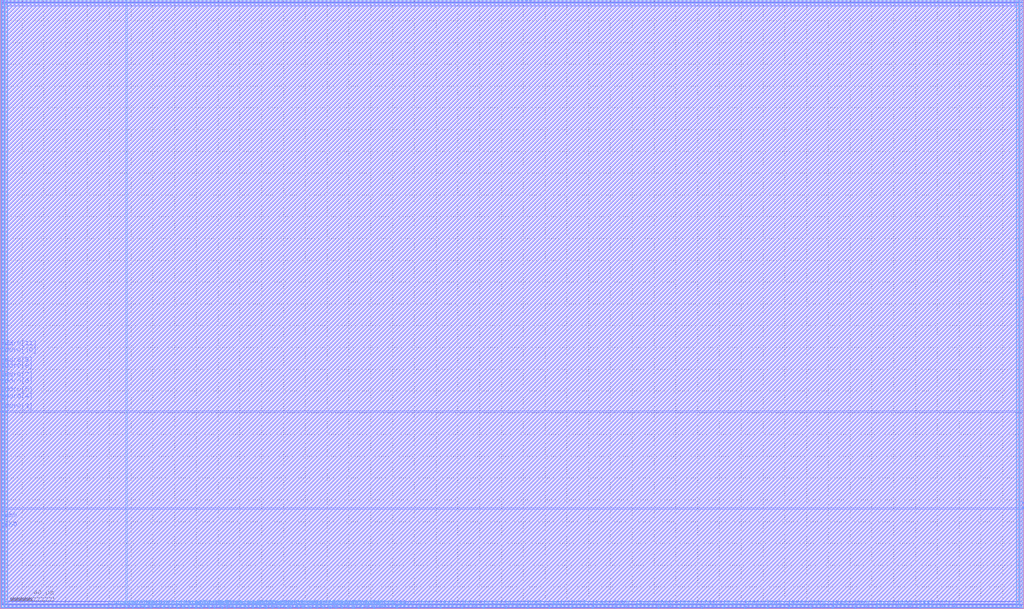
<source format=lef>
VERSION 5.4 ;
NAMESCASESENSITIVE ON ;
BUSBITCHARS "[]" ;
DIVIDERCHAR "/" ;
UNITS
  DATABASE MICRONS 2000 ;
END UNITS
MACRO sram_38_2048_sky130
   CLASS BLOCK ;
   SIZE 939.46 BY 559.34 ;
   SYMMETRY X Y R90 ;
   PIN din0[0]
      DIRECTION INPUT ;
      PORT
         LAYER met4 ;
         RECT  115.6 0.0 115.98 1.06 ;
      END
   END din0[0]
   PIN din0[1]
      DIRECTION INPUT ;
      PORT
         LAYER met4 ;
         RECT  121.72 0.0 122.1 1.06 ;
      END
   END din0[1]
   PIN din0[2]
      DIRECTION INPUT ;
      PORT
         LAYER met4 ;
         RECT  126.48 0.0 126.86 1.06 ;
      END
   END din0[2]
   PIN din0[3]
      DIRECTION INPUT ;
      PORT
         LAYER met4 ;
         RECT  133.28 0.0 133.66 1.06 ;
      END
   END din0[3]
   PIN din0[4]
      DIRECTION INPUT ;
      PORT
         LAYER met4 ;
         RECT  138.04 0.0 138.42 1.06 ;
      END
   END din0[4]
   PIN din0[5]
      DIRECTION INPUT ;
      PORT
         LAYER met4 ;
         RECT  144.84 0.0 145.22 1.06 ;
      END
   END din0[5]
   PIN din0[6]
      DIRECTION INPUT ;
      PORT
         LAYER met4 ;
         RECT  149.6 0.0 149.98 1.06 ;
      END
   END din0[6]
   PIN din0[7]
      DIRECTION INPUT ;
      PORT
         LAYER met4 ;
         RECT  155.72 0.0 156.1 1.06 ;
      END
   END din0[7]
   PIN din0[8]
      DIRECTION INPUT ;
      PORT
         LAYER met4 ;
         RECT  162.52 0.0 162.9 1.06 ;
      END
   END din0[8]
   PIN din0[9]
      DIRECTION INPUT ;
      PORT
         LAYER met4 ;
         RECT  167.96 0.0 168.34 1.06 ;
      END
   END din0[9]
   PIN din0[10]
      DIRECTION INPUT ;
      PORT
         LAYER met4 ;
         RECT  173.4 0.0 173.78 1.06 ;
      END
   END din0[10]
   PIN din0[11]
      DIRECTION INPUT ;
      PORT
         LAYER met4 ;
         RECT  179.52 0.0 179.9 1.06 ;
      END
   END din0[11]
   PIN din0[12]
      DIRECTION INPUT ;
      PORT
         LAYER met4 ;
         RECT  184.96 0.0 185.34 1.06 ;
      END
   END din0[12]
   PIN din0[13]
      DIRECTION INPUT ;
      PORT
         LAYER met4 ;
         RECT  191.76 0.0 192.14 1.06 ;
      END
   END din0[13]
   PIN din0[14]
      DIRECTION INPUT ;
      PORT
         LAYER met4 ;
         RECT  196.52 0.0 196.9 1.06 ;
      END
   END din0[14]
   PIN din0[15]
      DIRECTION INPUT ;
      PORT
         LAYER met4 ;
         RECT  203.32 0.0 203.7 1.06 ;
      END
   END din0[15]
   PIN din0[16]
      DIRECTION INPUT ;
      PORT
         LAYER met4 ;
         RECT  208.08 0.0 208.46 1.06 ;
      END
   END din0[16]
   PIN din0[17]
      DIRECTION INPUT ;
      PORT
         LAYER met4 ;
         RECT  214.88 0.0 215.26 1.06 ;
      END
   END din0[17]
   PIN din0[18]
      DIRECTION INPUT ;
      PORT
         LAYER met4 ;
         RECT  221.0 0.0 221.38 1.06 ;
      END
   END din0[18]
   PIN din0[19]
      DIRECTION INPUT ;
      PORT
         LAYER met4 ;
         RECT  226.44 0.0 226.82 1.06 ;
      END
   END din0[19]
   PIN din0[20]
      DIRECTION INPUT ;
      PORT
         LAYER met4 ;
         RECT  231.88 0.0 232.26 1.06 ;
      END
   END din0[20]
   PIN din0[21]
      DIRECTION INPUT ;
      PORT
         LAYER met4 ;
         RECT  238.0 0.0 238.38 1.06 ;
      END
   END din0[21]
   PIN din0[22]
      DIRECTION INPUT ;
      PORT
         LAYER met4 ;
         RECT  244.12 0.0 244.5 1.06 ;
      END
   END din0[22]
   PIN din0[23]
      DIRECTION INPUT ;
      PORT
         LAYER met4 ;
         RECT  249.56 0.0 249.94 1.06 ;
      END
   END din0[23]
   PIN din0[24]
      DIRECTION INPUT ;
      PORT
         LAYER met4 ;
         RECT  255.68 0.0 256.06 1.06 ;
      END
   END din0[24]
   PIN din0[25]
      DIRECTION INPUT ;
      PORT
         LAYER met4 ;
         RECT  261.8 0.0 262.18 1.06 ;
      END
   END din0[25]
   PIN din0[26]
      DIRECTION INPUT ;
      PORT
         LAYER met4 ;
         RECT  266.56 0.0 266.94 1.06 ;
      END
   END din0[26]
   PIN din0[27]
      DIRECTION INPUT ;
      PORT
         LAYER met4 ;
         RECT  273.36 0.0 273.74 1.06 ;
      END
   END din0[27]
   PIN din0[28]
      DIRECTION INPUT ;
      PORT
         LAYER met4 ;
         RECT  278.12 0.0 278.5 1.06 ;
      END
   END din0[28]
   PIN din0[29]
      DIRECTION INPUT ;
      PORT
         LAYER met4 ;
         RECT  284.92 0.0 285.3 1.06 ;
      END
   END din0[29]
   PIN din0[30]
      DIRECTION INPUT ;
      PORT
         LAYER met4 ;
         RECT  290.36 0.0 290.74 1.06 ;
      END
   END din0[30]
   PIN din0[31]
      DIRECTION INPUT ;
      PORT
         LAYER met4 ;
         RECT  296.48 0.0 296.86 1.06 ;
      END
   END din0[31]
   PIN din0[32]
      DIRECTION INPUT ;
      PORT
         LAYER met4 ;
         RECT  301.92 0.0 302.3 1.06 ;
      END
   END din0[32]
   PIN din0[33]
      DIRECTION INPUT ;
      PORT
         LAYER met4 ;
         RECT  308.04 0.0 308.42 1.06 ;
      END
   END din0[33]
   PIN din0[34]
      DIRECTION INPUT ;
      PORT
         LAYER met4 ;
         RECT  313.48 0.0 313.86 1.06 ;
      END
   END din0[34]
   PIN din0[35]
      DIRECTION INPUT ;
      PORT
         LAYER met4 ;
         RECT  319.6 0.0 319.98 1.06 ;
      END
   END din0[35]
   PIN din0[36]
      DIRECTION INPUT ;
      PORT
         LAYER met4 ;
         RECT  325.04 0.0 325.42 1.06 ;
      END
   END din0[36]
   PIN din0[37]
      DIRECTION INPUT ;
      PORT
         LAYER met4 ;
         RECT  331.84 0.0 332.22 1.06 ;
      END
   END din0[37]
   PIN din0[38]
      DIRECTION INPUT ;
      PORT
         LAYER met4 ;
         RECT  336.6 0.0 336.98 1.06 ;
      END
   END din0[38]
   PIN addr0[0]
      DIRECTION INPUT ;
      PORT
         LAYER met4 ;
         RECT  97.92 0.0 98.3 1.06 ;
      END
   END addr0[0]
   PIN addr0[1]
      DIRECTION INPUT ;
      PORT
         LAYER met4 ;
         RECT  104.04 0.0 104.42 1.06 ;
      END
   END addr0[1]
   PIN addr0[2]
      DIRECTION INPUT ;
      PORT
         LAYER met4 ;
         RECT  109.48 0.0 109.86 1.06 ;
      END
   END addr0[2]
   PIN addr0[3]
      DIRECTION INPUT ;
      PORT
         LAYER met3 ;
         RECT  0.0 180.88 1.06 181.26 ;
      END
   END addr0[3]
   PIN addr0[4]
      DIRECTION INPUT ;
      PORT
         LAYER met3 ;
         RECT  0.0 190.4 1.06 190.78 ;
      END
   END addr0[4]
   PIN addr0[5]
      DIRECTION INPUT ;
      PORT
         LAYER met3 ;
         RECT  0.0 196.52 1.06 196.9 ;
      END
   END addr0[5]
   PIN addr0[6]
      DIRECTION INPUT ;
      PORT
         LAYER met3 ;
         RECT  0.0 204.68 1.06 205.06 ;
      END
   END addr0[6]
   PIN addr0[7]
      DIRECTION INPUT ;
      PORT
         LAYER met3 ;
         RECT  0.0 210.12 1.06 210.5 ;
      END
   END addr0[7]
   PIN addr0[8]
      DIRECTION INPUT ;
      PORT
         LAYER met3 ;
         RECT  0.0 218.28 1.06 218.66 ;
      END
   END addr0[8]
   PIN addr0[9]
      DIRECTION INPUT ;
      PORT
         LAYER met3 ;
         RECT  0.0 223.72 1.06 224.1 ;
      END
   END addr0[9]
   PIN addr0[10]
      DIRECTION INPUT ;
      PORT
         LAYER met3 ;
         RECT  0.0 232.56 1.06 232.94 ;
      END
   END addr0[10]
   PIN addr0[11]
      DIRECTION INPUT ;
      PORT
         LAYER met3 ;
         RECT  0.0 238.68 1.06 239.06 ;
      END
   END addr0[11]
   PIN csb0
      DIRECTION INPUT ;
      PORT
         LAYER met3 ;
         RECT  0.0 72.08 1.06 72.46 ;
      END
   END csb0
   PIN web0
      DIRECTION INPUT ;
      PORT
         LAYER met3 ;
         RECT  0.0 80.92 1.06 81.3 ;
      END
   END web0
   PIN clk0
      DIRECTION INPUT ;
      PORT
         LAYER met3 ;
         RECT  0.0 72.76 1.06 73.14 ;
      END
   END clk0
   PIN spare_wen0
      DIRECTION INPUT ;
      PORT
         LAYER met4 ;
         RECT  343.4 0.0 343.78 1.06 ;
      END
   END spare_wen0
   PIN dout0[0]
      DIRECTION OUTPUT ;
      PORT
         LAYER met4 ;
         RECT  163.2 0.0 163.58 1.06 ;
      END
   END dout0[0]
   PIN dout0[1]
      DIRECTION OUTPUT ;
      PORT
         LAYER met4 ;
         RECT  182.92 0.0 183.3 1.06 ;
      END
   END dout0[1]
   PIN dout0[2]
      DIRECTION OUTPUT ;
      PORT
         LAYER met4 ;
         RECT  204.0 0.0 204.38 1.06 ;
      END
   END dout0[2]
   PIN dout0[3]
      DIRECTION OUTPUT ;
      PORT
         LAYER met4 ;
         RECT  223.72 0.0 224.1 1.06 ;
      END
   END dout0[3]
   PIN dout0[4]
      DIRECTION OUTPUT ;
      PORT
         LAYER met4 ;
         RECT  243.44 0.0 243.82 1.06 ;
      END
   END dout0[4]
   PIN dout0[5]
      DIRECTION OUTPUT ;
      PORT
         LAYER met4 ;
         RECT  263.84 0.0 264.22 1.06 ;
      END
   END dout0[5]
   PIN dout0[6]
      DIRECTION OUTPUT ;
      PORT
         LAYER met4 ;
         RECT  282.2 0.0 282.58 1.06 ;
      END
   END dout0[6]
   PIN dout0[7]
      DIRECTION OUTPUT ;
      PORT
         LAYER met4 ;
         RECT  303.28 0.0 303.66 1.06 ;
      END
   END dout0[7]
   PIN dout0[8]
      DIRECTION OUTPUT ;
      PORT
         LAYER met4 ;
         RECT  323.0 0.0 323.38 1.06 ;
      END
   END dout0[8]
   PIN dout0[9]
      DIRECTION OUTPUT ;
      PORT
         LAYER met4 ;
         RECT  342.72 0.0 343.1 1.06 ;
      END
   END dout0[9]
   PIN dout0[10]
      DIRECTION OUTPUT ;
      PORT
         LAYER met4 ;
         RECT  363.8 0.0 364.18 1.06 ;
      END
   END dout0[10]
   PIN dout0[11]
      DIRECTION OUTPUT ;
      PORT
         LAYER met4 ;
         RECT  383.52 0.0 383.9 1.06 ;
      END
   END dout0[11]
   PIN dout0[12]
      DIRECTION OUTPUT ;
      PORT
         LAYER met4 ;
         RECT  403.92 0.0 404.3 1.06 ;
      END
   END dout0[12]
   PIN dout0[13]
      DIRECTION OUTPUT ;
      PORT
         LAYER met4 ;
         RECT  423.64 0.0 424.02 1.06 ;
      END
   END dout0[13]
   PIN dout0[14]
      DIRECTION OUTPUT ;
      PORT
         LAYER met4 ;
         RECT  443.36 0.0 443.74 1.06 ;
      END
   END dout0[14]
   PIN dout0[15]
      DIRECTION OUTPUT ;
      PORT
         LAYER met4 ;
         RECT  463.76 0.0 464.14 1.06 ;
      END
   END dout0[15]
   PIN dout0[16]
      DIRECTION OUTPUT ;
      PORT
         LAYER met4 ;
         RECT  483.48 0.0 483.86 1.06 ;
      END
   END dout0[16]
   PIN dout0[17]
      DIRECTION OUTPUT ;
      PORT
         LAYER met4 ;
         RECT  503.88 0.0 504.26 1.06 ;
      END
   END dout0[17]
   PIN dout0[18]
      DIRECTION OUTPUT ;
      PORT
         LAYER met4 ;
         RECT  523.6 0.0 523.98 1.06 ;
      END
   END dout0[18]
   PIN dout0[19]
      DIRECTION OUTPUT ;
      PORT
         LAYER met4 ;
         RECT  543.32 0.0 543.7 1.06 ;
      END
   END dout0[19]
   PIN dout0[20]
      DIRECTION OUTPUT ;
      PORT
         LAYER met4 ;
         RECT  563.72 0.0 564.1 1.06 ;
      END
   END dout0[20]
   PIN dout0[21]
      DIRECTION OUTPUT ;
      PORT
         LAYER met4 ;
         RECT  583.44 0.0 583.82 1.06 ;
      END
   END dout0[21]
   PIN dout0[22]
      DIRECTION OUTPUT ;
      PORT
         LAYER met4 ;
         RECT  603.84 0.0 604.22 1.06 ;
      END
   END dout0[22]
   PIN dout0[23]
      DIRECTION OUTPUT ;
      PORT
         LAYER met4 ;
         RECT  623.56 0.0 623.94 1.06 ;
      END
   END dout0[23]
   PIN dout0[24]
      DIRECTION OUTPUT ;
      PORT
         LAYER met4 ;
         RECT  643.96 0.0 644.34 1.06 ;
      END
   END dout0[24]
   PIN dout0[25]
      DIRECTION OUTPUT ;
      PORT
         LAYER met4 ;
         RECT  663.68 0.0 664.06 1.06 ;
      END
   END dout0[25]
   PIN dout0[26]
      DIRECTION OUTPUT ;
      PORT
         LAYER met4 ;
         RECT  683.4 0.0 683.78 1.06 ;
      END
   END dout0[26]
   PIN dout0[27]
      DIRECTION OUTPUT ;
      PORT
         LAYER met4 ;
         RECT  703.8 0.0 704.18 1.06 ;
      END
   END dout0[27]
   PIN dout0[28]
      DIRECTION OUTPUT ;
      PORT
         LAYER met4 ;
         RECT  723.52 0.0 723.9 1.06 ;
      END
   END dout0[28]
   PIN dout0[29]
      DIRECTION OUTPUT ;
      PORT
         LAYER met4 ;
         RECT  743.92 0.0 744.3 1.06 ;
      END
   END dout0[29]
   PIN dout0[30]
      DIRECTION OUTPUT ;
      PORT
         LAYER met4 ;
         RECT  763.64 0.0 764.02 1.06 ;
      END
   END dout0[30]
   PIN dout0[31]
      DIRECTION OUTPUT ;
      PORT
         LAYER met4 ;
         RECT  784.04 0.0 784.42 1.06 ;
      END
   END dout0[31]
   PIN dout0[32]
      DIRECTION OUTPUT ;
      PORT
         LAYER met4 ;
         RECT  803.76 0.0 804.14 1.06 ;
      END
   END dout0[32]
   PIN dout0[33]
      DIRECTION OUTPUT ;
      PORT
         LAYER met4 ;
         RECT  823.48 0.0 823.86 1.06 ;
      END
   END dout0[33]
   PIN dout0[34]
      DIRECTION OUTPUT ;
      PORT
         LAYER met4 ;
         RECT  843.88 0.0 844.26 1.06 ;
      END
   END dout0[34]
   PIN dout0[35]
      DIRECTION OUTPUT ;
      PORT
         LAYER met3 ;
         RECT  938.4 91.8 939.46 92.18 ;
      END
   END dout0[35]
   PIN dout0[36]
      DIRECTION OUTPUT ;
      PORT
         LAYER met3 ;
         RECT  938.4 97.24 939.46 97.62 ;
      END
   END dout0[36]
   PIN dout0[37]
      DIRECTION OUTPUT ;
      PORT
         LAYER met3 ;
         RECT  938.4 92.48 939.46 92.86 ;
      END
   END dout0[37]
   PIN dout0[38]
      DIRECTION OUTPUT ;
      PORT
         LAYER met3 ;
         RECT  938.4 93.16 939.46 93.54 ;
      END
   END dout0[38]
   PIN vccd1
      DIRECTION INOUT ;
      USE POWER ; 
      SHAPE ABUTMENT ; 
      PORT
         LAYER met4 ;
         RECT  4.76 4.76 6.5 555.94 ;
         LAYER met3 ;
         RECT  4.76 4.76 934.7 6.5 ;
         LAYER met4 ;
         RECT  932.96 4.76 934.7 555.94 ;
         LAYER met3 ;
         RECT  4.76 554.2 934.7 555.94 ;
      END
   END vccd1
   PIN vssd1
      DIRECTION INOUT ;
      USE GROUND ; 
      SHAPE ABUTMENT ; 
      PORT
         LAYER met4 ;
         RECT  1.36 1.36 3.1 559.34 ;
         LAYER met4 ;
         RECT  936.36 1.36 938.1 559.34 ;
         LAYER met3 ;
         RECT  1.36 1.36 938.1 3.1 ;
         LAYER met3 ;
         RECT  1.36 557.6 938.1 559.34 ;
      END
   END vssd1
   OBS
   LAYER  met1 ;
      RECT  0.62 0.62 938.84 558.72 ;
   LAYER  met2 ;
      RECT  0.62 0.62 938.84 558.72 ;
   LAYER  met3 ;
      RECT  1.66 180.28 938.84 181.86 ;
      RECT  0.62 181.86 1.66 189.8 ;
      RECT  0.62 191.38 1.66 195.92 ;
      RECT  0.62 197.5 1.66 204.08 ;
      RECT  0.62 205.66 1.66 209.52 ;
      RECT  0.62 211.1 1.66 217.68 ;
      RECT  0.62 219.26 1.66 223.12 ;
      RECT  0.62 224.7 1.66 231.96 ;
      RECT  0.62 233.54 1.66 238.08 ;
      RECT  0.62 81.9 1.66 180.28 ;
      RECT  0.62 73.74 1.66 80.32 ;
      RECT  1.66 91.2 937.8 92.78 ;
      RECT  1.66 92.78 937.8 180.28 ;
      RECT  937.8 98.22 938.84 180.28 ;
      RECT  937.8 94.14 938.84 96.64 ;
      RECT  1.66 4.16 4.16 7.1 ;
      RECT  1.66 7.1 4.16 91.2 ;
      RECT  4.16 7.1 935.3 91.2 ;
      RECT  935.3 4.16 937.8 7.1 ;
      RECT  935.3 7.1 937.8 91.2 ;
      RECT  1.66 181.86 4.16 553.6 ;
      RECT  1.66 553.6 4.16 556.54 ;
      RECT  4.16 181.86 935.3 553.6 ;
      RECT  935.3 181.86 938.84 553.6 ;
      RECT  935.3 553.6 938.84 556.54 ;
      RECT  0.62 0.62 0.76 0.76 ;
      RECT  0.62 0.76 0.76 3.7 ;
      RECT  0.62 3.7 0.76 71.48 ;
      RECT  0.76 0.62 1.66 0.76 ;
      RECT  0.76 3.7 1.66 71.48 ;
      RECT  937.8 0.62 938.7 0.76 ;
      RECT  937.8 3.7 938.7 91.2 ;
      RECT  938.7 0.62 938.84 0.76 ;
      RECT  938.7 0.76 938.84 3.7 ;
      RECT  938.7 3.7 938.84 91.2 ;
      RECT  1.66 0.62 4.16 0.76 ;
      RECT  1.66 3.7 4.16 4.16 ;
      RECT  4.16 0.62 935.3 0.76 ;
      RECT  4.16 3.7 935.3 4.16 ;
      RECT  935.3 0.62 937.8 0.76 ;
      RECT  935.3 3.7 937.8 4.16 ;
      RECT  0.62 239.66 0.76 557.0 ;
      RECT  0.62 557.0 0.76 558.72 ;
      RECT  0.76 239.66 1.66 557.0 ;
      RECT  1.66 556.54 4.16 557.0 ;
      RECT  4.16 556.54 935.3 557.0 ;
      RECT  935.3 556.54 938.7 557.0 ;
      RECT  938.7 556.54 938.84 557.0 ;
      RECT  938.7 557.0 938.84 558.72 ;
   LAYER  met4 ;
      RECT  115.0 1.66 116.58 558.72 ;
      RECT  116.58 0.62 121.12 1.66 ;
      RECT  122.7 0.62 125.88 1.66 ;
      RECT  127.46 0.62 132.68 1.66 ;
      RECT  134.26 0.62 137.44 1.66 ;
      RECT  139.02 0.62 144.24 1.66 ;
      RECT  145.82 0.62 149.0 1.66 ;
      RECT  150.58 0.62 155.12 1.66 ;
      RECT  156.7 0.62 161.92 1.66 ;
      RECT  168.94 0.62 172.8 1.66 ;
      RECT  174.38 0.62 178.92 1.66 ;
      RECT  185.94 0.62 191.16 1.66 ;
      RECT  192.74 0.62 195.92 1.66 ;
      RECT  197.5 0.62 202.72 1.66 ;
      RECT  209.06 0.62 214.28 1.66 ;
      RECT  215.86 0.62 220.4 1.66 ;
      RECT  227.42 0.62 231.28 1.66 ;
      RECT  232.86 0.62 237.4 1.66 ;
      RECT  245.1 0.62 248.96 1.66 ;
      RECT  250.54 0.62 255.08 1.66 ;
      RECT  256.66 0.62 261.2 1.66 ;
      RECT  267.54 0.62 272.76 1.66 ;
      RECT  274.34 0.62 277.52 1.66 ;
      RECT  285.9 0.62 289.76 1.66 ;
      RECT  291.34 0.62 295.88 1.66 ;
      RECT  297.46 0.62 301.32 1.66 ;
      RECT  309.02 0.62 312.88 1.66 ;
      RECT  314.46 0.62 319.0 1.66 ;
      RECT  326.02 0.62 331.24 1.66 ;
      RECT  332.82 0.62 336.0 1.66 ;
      RECT  98.9 0.62 103.44 1.66 ;
      RECT  105.02 0.62 108.88 1.66 ;
      RECT  110.46 0.62 115.0 1.66 ;
      RECT  164.18 0.62 167.36 1.66 ;
      RECT  180.5 0.62 182.32 1.66 ;
      RECT  183.9 0.62 184.36 1.66 ;
      RECT  204.98 0.62 207.48 1.66 ;
      RECT  221.98 0.62 223.12 1.66 ;
      RECT  224.7 0.62 225.84 1.66 ;
      RECT  238.98 0.62 242.84 1.66 ;
      RECT  262.78 0.62 263.24 1.66 ;
      RECT  264.82 0.62 265.96 1.66 ;
      RECT  279.1 0.62 281.6 1.66 ;
      RECT  283.18 0.62 284.32 1.66 ;
      RECT  304.26 0.62 307.44 1.66 ;
      RECT  320.58 0.62 322.4 1.66 ;
      RECT  323.98 0.62 324.44 1.66 ;
      RECT  337.58 0.62 342.12 1.66 ;
      RECT  344.38 0.62 363.2 1.66 ;
      RECT  364.78 0.62 382.92 1.66 ;
      RECT  384.5 0.62 403.32 1.66 ;
      RECT  404.9 0.62 423.04 1.66 ;
      RECT  424.62 0.62 442.76 1.66 ;
      RECT  444.34 0.62 463.16 1.66 ;
      RECT  464.74 0.62 482.88 1.66 ;
      RECT  484.46 0.62 503.28 1.66 ;
      RECT  504.86 0.62 523.0 1.66 ;
      RECT  524.58 0.62 542.72 1.66 ;
      RECT  544.3 0.62 563.12 1.66 ;
      RECT  564.7 0.62 582.84 1.66 ;
      RECT  584.42 0.62 603.24 1.66 ;
      RECT  604.82 0.62 622.96 1.66 ;
      RECT  624.54 0.62 643.36 1.66 ;
      RECT  644.94 0.62 663.08 1.66 ;
      RECT  664.66 0.62 682.8 1.66 ;
      RECT  684.38 0.62 703.2 1.66 ;
      RECT  704.78 0.62 722.92 1.66 ;
      RECT  724.5 0.62 743.32 1.66 ;
      RECT  744.9 0.62 763.04 1.66 ;
      RECT  764.62 0.62 783.44 1.66 ;
      RECT  785.02 0.62 803.16 1.66 ;
      RECT  804.74 0.62 822.88 1.66 ;
      RECT  824.46 0.62 843.28 1.66 ;
      RECT  4.16 1.66 7.1 4.16 ;
      RECT  4.16 556.54 7.1 558.72 ;
      RECT  7.1 1.66 115.0 4.16 ;
      RECT  7.1 4.16 115.0 556.54 ;
      RECT  7.1 556.54 115.0 558.72 ;
      RECT  116.58 1.66 932.36 4.16 ;
      RECT  116.58 4.16 932.36 556.54 ;
      RECT  116.58 556.54 932.36 558.72 ;
      RECT  932.36 1.66 935.3 4.16 ;
      RECT  932.36 556.54 935.3 558.72 ;
      RECT  0.62 0.62 0.76 0.76 ;
      RECT  0.62 0.76 0.76 1.66 ;
      RECT  0.76 0.62 3.7 0.76 ;
      RECT  3.7 0.62 97.32 0.76 ;
      RECT  3.7 0.76 97.32 1.66 ;
      RECT  0.62 1.66 0.76 4.16 ;
      RECT  3.7 1.66 4.16 4.16 ;
      RECT  0.62 4.16 0.76 556.54 ;
      RECT  3.7 4.16 4.16 556.54 ;
      RECT  0.62 556.54 0.76 558.72 ;
      RECT  3.7 556.54 4.16 558.72 ;
      RECT  844.86 0.62 935.76 0.76 ;
      RECT  844.86 0.76 935.76 1.66 ;
      RECT  935.76 0.62 938.7 0.76 ;
      RECT  938.7 0.62 938.84 0.76 ;
      RECT  938.7 0.76 938.84 1.66 ;
      RECT  935.3 1.66 935.76 4.16 ;
      RECT  938.7 1.66 938.84 4.16 ;
      RECT  935.3 4.16 935.76 556.54 ;
      RECT  938.7 4.16 938.84 556.54 ;
      RECT  935.3 556.54 935.76 558.72 ;
      RECT  938.7 556.54 938.84 558.72 ;
   END
END    sram_38_2048_sky130
END    LIBRARY

</source>
